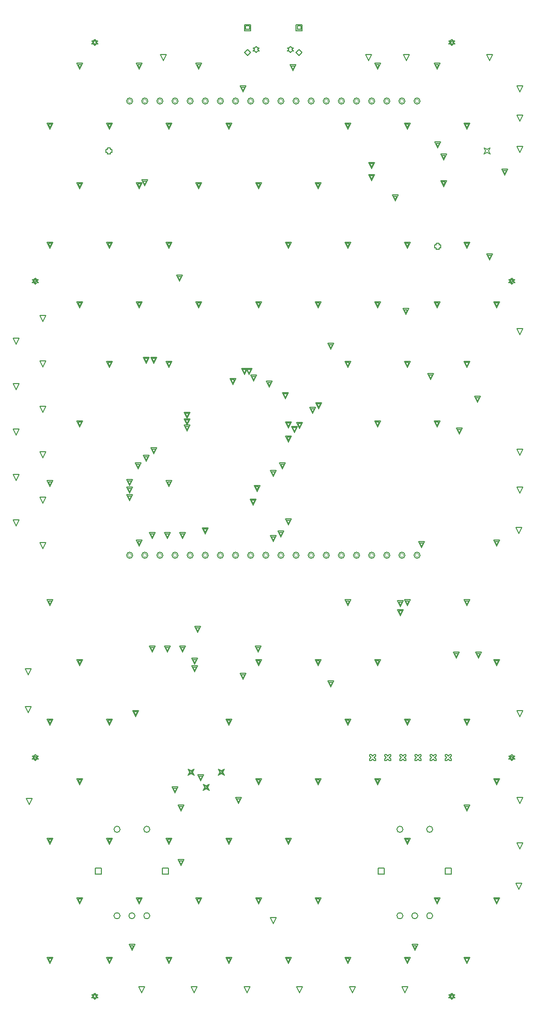
<source format=gbr>
%TF.GenerationSoftware,Altium Limited,Altium Designer,23.6.0 (18)*%
G04 Layer_Color=2752767*
%FSLAX43Y43*%
%MOMM*%
%TF.SameCoordinates,407812E0-2FFD-4E57-8D94-CFCBE61D5419*%
%TF.FilePolarity,Positive*%
%TF.FileFunction,Drawing*%
%TF.Part,Single*%
G01*
G75*
%TA.AperFunction,NonConductor*%
%ADD65C,0.127*%
%ADD94C,0.169*%
%ADD95C,0.102*%
D65*
X88900Y88392D02*
X88392Y89408D01*
X89408D01*
X88900Y88392D01*
X19623Y145547D02*
Y145293D01*
X20131D01*
Y145547D01*
X20385D01*
Y146055D01*
X20131D01*
Y146309D01*
X19623D01*
Y146055D01*
X19369D01*
Y145547D01*
X19623D01*
X74868Y129545D02*
Y129291D01*
X75376D01*
Y129545D01*
X75630D01*
Y130053D01*
X75376D01*
Y130307D01*
X74868D01*
Y130053D01*
X74614D01*
Y129545D01*
X74868D01*
X82844Y145293D02*
X83098Y145801D01*
X82844Y146309D01*
X83352Y146055D01*
X83860Y146309D01*
X83606Y145801D01*
X83860Y145293D01*
X83352Y145547D01*
X82844Y145293D01*
X76342Y43492D02*
X76596D01*
X76850Y43746D01*
X77104Y43492D01*
X77358D01*
Y43746D01*
X77104Y44000D01*
X77358Y44254D01*
Y44508D01*
X77104D01*
X76850Y44254D01*
X76596Y44508D01*
X76342D01*
Y44254D01*
X76596Y44000D01*
X76342Y43746D01*
Y43492D01*
X73802D02*
X74056D01*
X74310Y43746D01*
X74564Y43492D01*
X74818D01*
Y43746D01*
X74564Y44000D01*
X74818Y44254D01*
Y44508D01*
X74564D01*
X74310Y44254D01*
X74056Y44508D01*
X73802D01*
Y44254D01*
X74056Y44000D01*
X73802Y43746D01*
Y43492D01*
X68722D02*
X68976D01*
X69230Y43746D01*
X69484Y43492D01*
X69738D01*
Y43746D01*
X69484Y44000D01*
X69738Y44254D01*
Y44508D01*
X69484D01*
X69230Y44254D01*
X68976Y44508D01*
X68722D01*
Y44254D01*
X68976Y44000D01*
X68722Y43746D01*
Y43492D01*
X63642D02*
X63896D01*
X64150Y43746D01*
X64404Y43492D01*
X64658D01*
Y43746D01*
X64404Y44000D01*
X64658Y44254D01*
Y44508D01*
X64404D01*
X64150Y44254D01*
X63896Y44508D01*
X63642D01*
Y44254D01*
X63896Y44000D01*
X63642Y43746D01*
Y43492D01*
X66182D02*
X66436D01*
X66690Y43746D01*
X66944Y43492D01*
X67198D01*
Y43746D01*
X66944Y44000D01*
X67198Y44254D01*
Y44508D01*
X66944D01*
X66690Y44254D01*
X66436Y44508D01*
X66182D01*
Y44254D01*
X66436Y44000D01*
X66182Y43746D01*
Y43492D01*
X71262D02*
X71516D01*
X71770Y43746D01*
X72024Y43492D01*
X72278D01*
Y43746D01*
X72024Y44000D01*
X72278Y44254D01*
Y44508D01*
X72024D01*
X71770Y44254D01*
X71516Y44508D01*
X71262D01*
Y44254D01*
X71516Y44000D01*
X71262Y43746D01*
Y43492D01*
X29000Y160992D02*
X28492Y162008D01*
X29508D01*
X29000Y160992D01*
X88710Y81597D02*
X88202Y82613D01*
X89218D01*
X88710Y81597D01*
X6540Y36132D02*
X6032Y37148D01*
X7048D01*
X6540Y36132D01*
X47500Y16192D02*
X46992Y17208D01*
X48008D01*
X47500Y16192D01*
X88710Y21907D02*
X88202Y22923D01*
X89218D01*
X88710Y21907D01*
X8763Y79121D02*
X8255Y80137D01*
X9271D01*
X8763Y79121D01*
X4318Y82931D02*
X3810Y83947D01*
X4826D01*
X4318Y82931D01*
X8763Y86741D02*
X8255Y87757D01*
X9271D01*
X8763Y86741D01*
X4318Y90551D02*
X3810Y91567D01*
X4826D01*
X4318Y90551D01*
X8763Y94361D02*
X8255Y95377D01*
X9271D01*
X8763Y94361D01*
X4318Y98171D02*
X3810Y99187D01*
X4826D01*
X4318Y98171D01*
X8763Y101981D02*
X8255Y102997D01*
X9271D01*
X8763Y101981D01*
X4318Y105791D02*
X3810Y106807D01*
X4826D01*
X4318Y105791D01*
X8763Y109601D02*
X8255Y110617D01*
X9271D01*
X8763Y109601D01*
X4318Y113411D02*
X3810Y114427D01*
X4826D01*
X4318Y113411D01*
X8763Y117221D02*
X8255Y118237D01*
X9271D01*
X8763Y117221D01*
X65142Y24492D02*
Y25508D01*
X66158D01*
Y24492D01*
X65142D01*
X76342D02*
Y25508D01*
X77358D01*
Y24492D01*
X76342D01*
X17642D02*
Y25508D01*
X18658D01*
Y24492D01*
X17642D01*
X28842D02*
Y25508D01*
X29858D01*
Y24492D01*
X28842D01*
X43080Y4597D02*
X42572Y5613D01*
X43588D01*
X43080Y4597D01*
X69600Y4572D02*
X69092Y5588D01*
X70108D01*
X69600Y4572D01*
X60760Y4597D02*
X60252Y5613D01*
X61268D01*
X60760Y4597D01*
X51920D02*
X51412Y5613D01*
X52428D01*
X51920Y4597D01*
X34240D02*
X33732Y5613D01*
X34748D01*
X34240Y4597D01*
X25400D02*
X24892Y5613D01*
X25908D01*
X25400Y4597D01*
X88900Y28702D02*
X88392Y29718D01*
X89408D01*
X88900Y28702D01*
Y36322D02*
X88392Y37338D01*
X89408D01*
X88900Y36322D01*
Y50927D02*
X88392Y51943D01*
X89408D01*
X88900Y50927D01*
X38227Y41087D02*
X38481Y41595D01*
X38227Y42103D01*
X38735Y41849D01*
X39243Y42103D01*
X38989Y41595D01*
X39243Y41087D01*
X38735Y41341D01*
X38227Y41087D01*
X38430Y41290D02*
X38583Y41595D01*
X38430Y41900D01*
X38735Y41747D01*
X39040Y41900D01*
X38887Y41595D01*
X39040Y41290D01*
X38735Y41443D01*
X38430Y41290D01*
X35687Y38547D02*
X35941Y39055D01*
X35687Y39563D01*
X36195Y39309D01*
X36703Y39563D01*
X36449Y39055D01*
X36703Y38547D01*
X36195Y38801D01*
X35687Y38547D01*
X35890Y38750D02*
X36043Y39055D01*
X35890Y39360D01*
X36195Y39207D01*
X36500Y39360D01*
X36347Y39055D01*
X36500Y38750D01*
X36195Y38903D01*
X35890Y38750D01*
X33147Y41087D02*
X33401Y41595D01*
X33147Y42103D01*
X33655Y41849D01*
X34163Y42103D01*
X33909Y41595D01*
X34163Y41087D01*
X33655Y41341D01*
X33147Y41087D01*
X33350Y41290D02*
X33503Y41595D01*
X33350Y41900D01*
X33655Y41747D01*
X33960Y41900D01*
X33807Y41595D01*
X33960Y41290D01*
X33655Y41443D01*
X33350Y41290D01*
X6350Y51562D02*
X5842Y52578D01*
X6858D01*
X6350Y51562D01*
Y57912D02*
X5842Y58928D01*
X6858D01*
X6350Y57912D01*
X51312Y165992D02*
Y167008D01*
X52328D01*
Y165992D01*
X51312D01*
X51515Y166195D02*
Y166805D01*
X52125D01*
Y166195D01*
X51515D01*
X42672Y165992D02*
Y167008D01*
X43688D01*
Y165992D01*
X42672D01*
X42875Y166195D02*
Y166805D01*
X43485D01*
Y166195D01*
X42875D01*
X51312Y162320D02*
X51820Y162828D01*
X52328Y162320D01*
X51820Y161812D01*
X51312Y162320D01*
X42672D02*
X43180Y162828D01*
X43688Y162320D01*
X43180Y161812D01*
X42672Y162320D01*
X44610Y162312D02*
X44864Y162566D01*
X45118D01*
X44864Y162820D01*
X45118Y163074D01*
X44864D01*
X44610Y163328D01*
X44356Y163074D01*
X44102D01*
X44356Y162820D01*
X44102Y162566D01*
X44356D01*
X44610Y162312D01*
X50390D02*
X50644Y162566D01*
X50898D01*
X50644Y162820D01*
X50898Y163074D01*
X50644D01*
X50390Y163328D01*
X50136Y163074D01*
X49882D01*
X50136Y162820D01*
X49882Y162566D01*
X50136D01*
X50390Y162312D01*
X63500Y160992D02*
X62992Y162008D01*
X64008D01*
X63500Y160992D01*
X88900Y145542D02*
X88392Y146558D01*
X89408D01*
X88900Y145542D01*
Y150767D02*
X88392Y151783D01*
X89408D01*
X88900Y150767D01*
Y155702D02*
X88392Y156718D01*
X89408D01*
X88900Y155702D01*
Y115024D02*
X88392Y116040D01*
X89408D01*
X88900Y115024D01*
Y94742D02*
X88392Y95758D01*
X89408D01*
X88900Y94742D01*
X83820Y160992D02*
X83312Y162008D01*
X84328D01*
X83820Y160992D01*
X69850D02*
X69342Y162008D01*
X70358D01*
X69850Y160992D01*
X87500Y43492D02*
X87754Y43746D01*
X88008D01*
X87754Y44000D01*
X88008Y44254D01*
X87754D01*
X87500Y44508D01*
X87246Y44254D01*
X86992D01*
X87246Y44000D01*
X86992Y43746D01*
X87246D01*
X87500Y43492D01*
Y43695D02*
X87652Y43848D01*
X87805D01*
X87652Y44000D01*
X87805Y44152D01*
X87652D01*
X87500Y44305D01*
X87348Y44152D01*
X87195D01*
X87348Y44000D01*
X87195Y43848D01*
X87348D01*
X87500Y43695D01*
Y123492D02*
X87754Y123746D01*
X88008D01*
X87754Y124000D01*
X88008Y124254D01*
X87754D01*
X87500Y124508D01*
X87246Y124254D01*
X86992D01*
X87246Y124000D01*
X86992Y123746D01*
X87246D01*
X87500Y123492D01*
Y123695D02*
X87652Y123848D01*
X87805D01*
X87652Y124000D01*
X87805Y124152D01*
X87652D01*
X87500Y124305D01*
X87348Y124152D01*
X87195D01*
X87348Y124000D01*
X87195Y123848D01*
X87348D01*
X87500Y123695D01*
X7500Y123492D02*
X7754Y123746D01*
X8008D01*
X7754Y124000D01*
X8008Y124254D01*
X7754D01*
X7500Y124508D01*
X7246Y124254D01*
X6992D01*
X7246Y124000D01*
X6992Y123746D01*
X7246D01*
X7500Y123492D01*
Y123695D02*
X7652Y123848D01*
X7805D01*
X7652Y124000D01*
X7805Y124152D01*
X7652D01*
X7500Y124305D01*
X7348Y124152D01*
X7195D01*
X7348Y124000D01*
X7195Y123848D01*
X7348D01*
X7500Y123695D01*
Y43492D02*
X7754Y43746D01*
X8008D01*
X7754Y44000D01*
X8008Y44254D01*
X7754D01*
X7500Y44508D01*
X7246Y44254D01*
X6992D01*
X7246Y44000D01*
X6992Y43746D01*
X7246D01*
X7500Y43492D01*
Y43695D02*
X7652Y43848D01*
X7805D01*
X7652Y44000D01*
X7805Y44152D01*
X7652D01*
X7500Y44305D01*
X7348Y44152D01*
X7195D01*
X7348Y44000D01*
X7195Y43848D01*
X7348D01*
X7500Y43695D01*
X77500Y163492D02*
X77754Y163746D01*
X78008D01*
X77754Y164000D01*
X78008Y164254D01*
X77754D01*
X77500Y164508D01*
X77246Y164254D01*
X76992D01*
X77246Y164000D01*
X76992Y163746D01*
X77246D01*
X77500Y163492D01*
Y163695D02*
X77652Y163848D01*
X77805D01*
X77652Y164000D01*
X77805Y164152D01*
X77652D01*
X77500Y164305D01*
X77348Y164152D01*
X77195D01*
X77348Y164000D01*
X77195Y163848D01*
X77348D01*
X77500Y163695D01*
X17500Y3492D02*
X17754Y3746D01*
X18008D01*
X17754Y4000D01*
X18008Y4254D01*
X17754D01*
X17500Y4508D01*
X17246Y4254D01*
X16992D01*
X17246Y4000D01*
X16992Y3746D01*
X17246D01*
X17500Y3492D01*
Y3695D02*
X17652Y3848D01*
X17805D01*
X17652Y4000D01*
X17805Y4152D01*
X17652D01*
X17500Y4305D01*
X17348Y4152D01*
X17195D01*
X17348Y4000D01*
X17195Y3848D01*
X17348D01*
X17500Y3695D01*
X77500Y3492D02*
X77754Y3746D01*
X78008D01*
X77754Y4000D01*
X78008Y4254D01*
X77754D01*
X77500Y4508D01*
X77246Y4254D01*
X76992D01*
X77246Y4000D01*
X76992Y3746D01*
X77246D01*
X77500Y3492D01*
Y3695D02*
X77652Y3848D01*
X77805D01*
X77652Y4000D01*
X77805Y4152D01*
X77652D01*
X77500Y4305D01*
X77348Y4152D01*
X77195D01*
X77348Y4000D01*
X77195Y3848D01*
X77348D01*
X77500Y3695D01*
X17500Y163492D02*
X17754Y163746D01*
X18008D01*
X17754Y164000D01*
X18008Y164254D01*
X17754D01*
X17500Y164508D01*
X17246Y164254D01*
X16992D01*
X17246Y164000D01*
X16992Y163746D01*
X17246D01*
X17500Y163492D01*
Y163695D02*
X17652Y163848D01*
X17805D01*
X17652Y164000D01*
X17805Y164152D01*
X17652D01*
X17500Y164305D01*
X17348Y164152D01*
X17195D01*
X17348Y164000D01*
X17195Y163848D01*
X17348D01*
X17500Y163695D01*
X80000Y149492D02*
X79492Y150508D01*
X80508D01*
X80000Y149492D01*
Y149695D02*
X79695Y150305D01*
X80305D01*
X80000Y149695D01*
Y129492D02*
X79492Y130508D01*
X80508D01*
X80000Y129492D01*
Y129695D02*
X79695Y130305D01*
X80305D01*
X80000Y129695D01*
X85000Y119492D02*
X84492Y120508D01*
X85508D01*
X85000Y119492D01*
Y119695D02*
X84695Y120305D01*
X85305D01*
X85000Y119695D01*
X80000Y109492D02*
X79492Y110508D01*
X80508D01*
X80000Y109492D01*
Y109695D02*
X79695Y110305D01*
X80305D01*
X80000Y109695D01*
X85000Y79492D02*
X84492Y80508D01*
X85508D01*
X85000Y79492D01*
Y79695D02*
X84695Y80305D01*
X85305D01*
X85000Y79695D01*
X80000Y69492D02*
X79492Y70508D01*
X80508D01*
X80000Y69492D01*
Y69695D02*
X79695Y70305D01*
X80305D01*
X80000Y69695D01*
X85000Y59492D02*
X84492Y60508D01*
X85508D01*
X85000Y59492D01*
Y59695D02*
X84695Y60305D01*
X85305D01*
X85000Y59695D01*
X80000Y49492D02*
X79492Y50508D01*
X80508D01*
X80000Y49492D01*
Y49695D02*
X79695Y50305D01*
X80305D01*
X80000Y49695D01*
X85000Y39492D02*
X84492Y40508D01*
X85508D01*
X85000Y39492D01*
Y39695D02*
X84695Y40305D01*
X85305D01*
X85000Y39695D01*
Y19492D02*
X84492Y20508D01*
X85508D01*
X85000Y19492D01*
Y19695D02*
X84695Y20305D01*
X85305D01*
X85000Y19695D01*
X80000Y9492D02*
X79492Y10508D01*
X80508D01*
X80000Y9492D01*
Y9695D02*
X79695Y10305D01*
X80305D01*
X80000Y9695D01*
X75000Y159492D02*
X74492Y160508D01*
X75508D01*
X75000Y159492D01*
Y159695D02*
X74695Y160305D01*
X75305D01*
X75000Y159695D01*
X70000Y149492D02*
X69492Y150508D01*
X70508D01*
X70000Y149492D01*
Y149695D02*
X69695Y150305D01*
X70305D01*
X70000Y149695D01*
Y129492D02*
X69492Y130508D01*
X70508D01*
X70000Y129492D01*
Y129695D02*
X69695Y130305D01*
X70305D01*
X70000Y129695D01*
X75000Y119492D02*
X74492Y120508D01*
X75508D01*
X75000Y119492D01*
Y119695D02*
X74695Y120305D01*
X75305D01*
X75000Y119695D01*
X70000Y109492D02*
X69492Y110508D01*
X70508D01*
X70000Y109492D01*
Y109695D02*
X69695Y110305D01*
X70305D01*
X70000Y109695D01*
X75000Y99492D02*
X74492Y100508D01*
X75508D01*
X75000Y99492D01*
Y99695D02*
X74695Y100305D01*
X75305D01*
X75000Y99695D01*
X70000Y69492D02*
X69492Y70508D01*
X70508D01*
X70000Y69492D01*
Y69695D02*
X69695Y70305D01*
X70305D01*
X70000Y69695D01*
Y49492D02*
X69492Y50508D01*
X70508D01*
X70000Y49492D01*
Y49695D02*
X69695Y50305D01*
X70305D01*
X70000Y49695D01*
Y29492D02*
X69492Y30508D01*
X70508D01*
X70000Y29492D01*
Y29695D02*
X69695Y30305D01*
X70305D01*
X70000Y29695D01*
X75000Y19492D02*
X74492Y20508D01*
X75508D01*
X75000Y19492D01*
Y19695D02*
X74695Y20305D01*
X75305D01*
X75000Y19695D01*
X70000Y9492D02*
X69492Y10508D01*
X70508D01*
X70000Y9492D01*
Y9695D02*
X69695Y10305D01*
X70305D01*
X70000Y9695D01*
X65000Y159492D02*
X64492Y160508D01*
X65508D01*
X65000Y159492D01*
Y159695D02*
X64695Y160305D01*
X65305D01*
X65000Y159695D01*
X60000Y149492D02*
X59492Y150508D01*
X60508D01*
X60000Y149492D01*
Y149695D02*
X59695Y150305D01*
X60305D01*
X60000Y149695D01*
Y129492D02*
X59492Y130508D01*
X60508D01*
X60000Y129492D01*
Y129695D02*
X59695Y130305D01*
X60305D01*
X60000Y129695D01*
X65000Y119492D02*
X64492Y120508D01*
X65508D01*
X65000Y119492D01*
Y119695D02*
X64695Y120305D01*
X65305D01*
X65000Y119695D01*
X60000Y109492D02*
X59492Y110508D01*
X60508D01*
X60000Y109492D01*
Y109695D02*
X59695Y110305D01*
X60305D01*
X60000Y109695D01*
X65000Y99492D02*
X64492Y100508D01*
X65508D01*
X65000Y99492D01*
Y99695D02*
X64695Y100305D01*
X65305D01*
X65000Y99695D01*
X60000Y69492D02*
X59492Y70508D01*
X60508D01*
X60000Y69492D01*
Y69695D02*
X59695Y70305D01*
X60305D01*
X60000Y69695D01*
X65000Y59492D02*
X64492Y60508D01*
X65508D01*
X65000Y59492D01*
Y59695D02*
X64695Y60305D01*
X65305D01*
X65000Y59695D01*
X60000Y49492D02*
X59492Y50508D01*
X60508D01*
X60000Y49492D01*
Y49695D02*
X59695Y50305D01*
X60305D01*
X60000Y49695D01*
X65000Y39492D02*
X64492Y40508D01*
X65508D01*
X65000Y39492D01*
Y39695D02*
X64695Y40305D01*
X65305D01*
X65000Y39695D01*
X60000Y9492D02*
X59492Y10508D01*
X60508D01*
X60000Y9492D01*
Y9695D02*
X59695Y10305D01*
X60305D01*
X60000Y9695D01*
X55000Y139492D02*
X54492Y140508D01*
X55508D01*
X55000Y139492D01*
Y139695D02*
X54695Y140305D01*
X55305D01*
X55000Y139695D01*
X50000Y129492D02*
X49492Y130508D01*
X50508D01*
X50000Y129492D01*
Y129695D02*
X49695Y130305D01*
X50305D01*
X50000Y129695D01*
X55000Y119492D02*
X54492Y120508D01*
X55508D01*
X55000Y119492D01*
Y119695D02*
X54695Y120305D01*
X55305D01*
X55000Y119695D01*
Y59492D02*
X54492Y60508D01*
X55508D01*
X55000Y59492D01*
Y59695D02*
X54695Y60305D01*
X55305D01*
X55000Y59695D01*
Y39492D02*
X54492Y40508D01*
X55508D01*
X55000Y39492D01*
Y39695D02*
X54695Y40305D01*
X55305D01*
X55000Y39695D01*
X50000Y29492D02*
X49492Y30508D01*
X50508D01*
X50000Y29492D01*
Y29695D02*
X49695Y30305D01*
X50305D01*
X50000Y29695D01*
X55000Y19492D02*
X54492Y20508D01*
X55508D01*
X55000Y19492D01*
Y19695D02*
X54695Y20305D01*
X55305D01*
X55000Y19695D01*
X50000Y9492D02*
X49492Y10508D01*
X50508D01*
X50000Y9492D01*
Y9695D02*
X49695Y10305D01*
X50305D01*
X50000Y9695D01*
X40000Y149492D02*
X39492Y150508D01*
X40508D01*
X40000Y149492D01*
Y149695D02*
X39695Y150305D01*
X40305D01*
X40000Y149695D01*
X45000Y139492D02*
X44492Y140508D01*
X45508D01*
X45000Y139492D01*
Y139695D02*
X44695Y140305D01*
X45305D01*
X45000Y139695D01*
Y119492D02*
X44492Y120508D01*
X45508D01*
X45000Y119492D01*
Y119695D02*
X44695Y120305D01*
X45305D01*
X45000Y119695D01*
Y59492D02*
X44492Y60508D01*
X45508D01*
X45000Y59492D01*
Y59695D02*
X44695Y60305D01*
X45305D01*
X45000Y59695D01*
X40000Y49492D02*
X39492Y50508D01*
X40508D01*
X40000Y49492D01*
Y49695D02*
X39695Y50305D01*
X40305D01*
X40000Y49695D01*
X45000Y39492D02*
X44492Y40508D01*
X45508D01*
X45000Y39492D01*
Y39695D02*
X44695Y40305D01*
X45305D01*
X45000Y39695D01*
X40000Y29492D02*
X39492Y30508D01*
X40508D01*
X40000Y29492D01*
Y29695D02*
X39695Y30305D01*
X40305D01*
X40000Y29695D01*
X45000Y19492D02*
X44492Y20508D01*
X45508D01*
X45000Y19492D01*
Y19695D02*
X44695Y20305D01*
X45305D01*
X45000Y19695D01*
X40000Y9492D02*
X39492Y10508D01*
X40508D01*
X40000Y9492D01*
Y9695D02*
X39695Y10305D01*
X40305D01*
X40000Y9695D01*
X35000Y159492D02*
X34492Y160508D01*
X35508D01*
X35000Y159492D01*
Y159695D02*
X34695Y160305D01*
X35305D01*
X35000Y159695D01*
X30000Y149492D02*
X29492Y150508D01*
X30508D01*
X30000Y149492D01*
Y149695D02*
X29695Y150305D01*
X30305D01*
X30000Y149695D01*
X35000Y139492D02*
X34492Y140508D01*
X35508D01*
X35000Y139492D01*
Y139695D02*
X34695Y140305D01*
X35305D01*
X35000Y139695D01*
X30000Y129492D02*
X29492Y130508D01*
X30508D01*
X30000Y129492D01*
Y129695D02*
X29695Y130305D01*
X30305D01*
X30000Y129695D01*
X35000Y119492D02*
X34492Y120508D01*
X35508D01*
X35000Y119492D01*
Y119695D02*
X34695Y120305D01*
X35305D01*
X35000Y119695D01*
X30000Y109492D02*
X29492Y110508D01*
X30508D01*
X30000Y109492D01*
Y109695D02*
X29695Y110305D01*
X30305D01*
X30000Y109695D01*
Y89492D02*
X29492Y90508D01*
X30508D01*
X30000Y89492D01*
Y89695D02*
X29695Y90305D01*
X30305D01*
X30000Y89695D01*
Y29492D02*
X29492Y30508D01*
X30508D01*
X30000Y29492D01*
Y29695D02*
X29695Y30305D01*
X30305D01*
X30000Y29695D01*
X35000Y19492D02*
X34492Y20508D01*
X35508D01*
X35000Y19492D01*
Y19695D02*
X34695Y20305D01*
X35305D01*
X35000Y19695D01*
X30000Y9492D02*
X29492Y10508D01*
X30508D01*
X30000Y9492D01*
Y9695D02*
X29695Y10305D01*
X30305D01*
X30000Y9695D01*
X25000Y159492D02*
X24492Y160508D01*
X25508D01*
X25000Y159492D01*
Y159695D02*
X24695Y160305D01*
X25305D01*
X25000Y159695D01*
X20000Y149492D02*
X19492Y150508D01*
X20508D01*
X20000Y149492D01*
Y149695D02*
X19695Y150305D01*
X20305D01*
X20000Y149695D01*
X25000Y139492D02*
X24492Y140508D01*
X25508D01*
X25000Y139492D01*
Y139695D02*
X24695Y140305D01*
X25305D01*
X25000Y139695D01*
X20000Y129492D02*
X19492Y130508D01*
X20508D01*
X20000Y129492D01*
Y129695D02*
X19695Y130305D01*
X20305D01*
X20000Y129695D01*
X25000Y119492D02*
X24492Y120508D01*
X25508D01*
X25000Y119492D01*
Y119695D02*
X24695Y120305D01*
X25305D01*
X25000Y119695D01*
X20000Y109492D02*
X19492Y110508D01*
X20508D01*
X20000Y109492D01*
Y109695D02*
X19695Y110305D01*
X20305D01*
X20000Y109695D01*
X25000Y79492D02*
X24492Y80508D01*
X25508D01*
X25000Y79492D01*
Y79695D02*
X24695Y80305D01*
X25305D01*
X25000Y79695D01*
X20000Y49492D02*
X19492Y50508D01*
X20508D01*
X20000Y49492D01*
Y49695D02*
X19695Y50305D01*
X20305D01*
X20000Y49695D01*
Y29492D02*
X19492Y30508D01*
X20508D01*
X20000Y29492D01*
Y29695D02*
X19695Y30305D01*
X20305D01*
X20000Y29695D01*
X25000Y19492D02*
X24492Y20508D01*
X25508D01*
X25000Y19492D01*
Y19695D02*
X24695Y20305D01*
X25305D01*
X25000Y19695D01*
X20000Y9492D02*
X19492Y10508D01*
X20508D01*
X20000Y9492D01*
Y9695D02*
X19695Y10305D01*
X20305D01*
X20000Y9695D01*
X15000Y159492D02*
X14492Y160508D01*
X15508D01*
X15000Y159492D01*
Y159695D02*
X14695Y160305D01*
X15305D01*
X15000Y159695D01*
X10000Y149492D02*
X9492Y150508D01*
X10508D01*
X10000Y149492D01*
Y149695D02*
X9695Y150305D01*
X10305D01*
X10000Y149695D01*
X15000Y139492D02*
X14492Y140508D01*
X15508D01*
X15000Y139492D01*
Y139695D02*
X14695Y140305D01*
X15305D01*
X15000Y139695D01*
X10000Y129492D02*
X9492Y130508D01*
X10508D01*
X10000Y129492D01*
Y129695D02*
X9695Y130305D01*
X10305D01*
X10000Y129695D01*
X15000Y119492D02*
X14492Y120508D01*
X15508D01*
X15000Y119492D01*
Y119695D02*
X14695Y120305D01*
X15305D01*
X15000Y119695D01*
Y99492D02*
X14492Y100508D01*
X15508D01*
X15000Y99492D01*
Y99695D02*
X14695Y100305D01*
X15305D01*
X15000Y99695D01*
X10000Y89492D02*
X9492Y90508D01*
X10508D01*
X10000Y89492D01*
Y89695D02*
X9695Y90305D01*
X10305D01*
X10000Y89695D01*
Y69492D02*
X9492Y70508D01*
X10508D01*
X10000Y69492D01*
Y69695D02*
X9695Y70305D01*
X10305D01*
X10000Y69695D01*
X15000Y59492D02*
X14492Y60508D01*
X15508D01*
X15000Y59492D01*
Y59695D02*
X14695Y60305D01*
X15305D01*
X15000Y59695D01*
X10000Y49492D02*
X9492Y50508D01*
X10508D01*
X10000Y49492D01*
Y49695D02*
X9695Y50305D01*
X10305D01*
X10000Y49695D01*
X15000Y39492D02*
X14492Y40508D01*
X15508D01*
X15000Y39492D01*
Y39695D02*
X14695Y40305D01*
X15305D01*
X15000Y39695D01*
X10000Y29492D02*
X9492Y30508D01*
X10508D01*
X10000Y29492D01*
Y29695D02*
X9695Y30305D01*
X10305D01*
X10000Y29695D01*
X15000Y19492D02*
X14492Y20508D01*
X15508D01*
X15000Y19492D01*
Y19695D02*
X14695Y20305D01*
X15305D01*
X15000Y19695D01*
X10000Y9492D02*
X9492Y10508D01*
X10508D01*
X10000Y9492D01*
Y9695D02*
X9695Y10305D01*
X10305D01*
X10000Y9695D01*
X42633Y108301D02*
X42125Y109317D01*
X43141D01*
X42633Y108301D01*
Y108504D02*
X42328Y109114D01*
X42938D01*
X42633Y108504D01*
X49530Y104244D02*
X49022Y105260D01*
X50038D01*
X49530Y104244D01*
Y104447D02*
X49225Y105057D01*
X49835D01*
X49530Y104447D01*
X49044Y92456D02*
X48536Y93472D01*
X49552D01*
X49044Y92456D01*
Y92659D02*
X48739Y93269D01*
X49349D01*
X49044Y92659D01*
X50061Y96967D02*
X49553Y97983D01*
X50569D01*
X50061Y96967D01*
Y97170D02*
X49756Y97780D01*
X50366D01*
X50061Y97170D01*
X51054Y98567D02*
X50546Y99583D01*
X51562D01*
X51054Y98567D01*
Y98770D02*
X50749Y99380D01*
X51359D01*
X51054Y98770D01*
X50038Y99367D02*
X49530Y100383D01*
X50546D01*
X50038Y99367D01*
Y99570D02*
X49733Y100180D01*
X50343D01*
X50038Y99570D01*
X54102Y101767D02*
X53594Y102783D01*
X54610D01*
X54102Y101767D01*
Y101970D02*
X53797Y102580D01*
X54407D01*
X54102Y101970D01*
X55118Y102567D02*
X54610Y103583D01*
X55626D01*
X55118Y102567D01*
Y102770D02*
X54813Y103380D01*
X55423D01*
X55118Y102770D01*
X51928Y99244D02*
X51420Y100260D01*
X52436D01*
X51928Y99244D01*
Y99447D02*
X51623Y100057D01*
X52233D01*
X51928Y99447D01*
X33020Y98806D02*
X32512Y99822D01*
X33528D01*
X33020Y98806D01*
Y99009D02*
X32715Y99619D01*
X33325D01*
X33020Y99009D01*
Y99867D02*
X32512Y100883D01*
X33528D01*
X33020Y99867D01*
Y100070D02*
X32715Y100680D01*
X33325D01*
X33020Y100070D01*
Y100967D02*
X32512Y101983D01*
X33528D01*
X33020Y100967D01*
Y101170D02*
X32715Y101780D01*
X33325D01*
X33020Y101170D01*
X44196Y107188D02*
X43688Y108204D01*
X44704D01*
X44196Y107188D01*
Y107391D02*
X43891Y108001D01*
X44501D01*
X44196Y107391D01*
X43434Y108301D02*
X42926Y109317D01*
X43942D01*
X43434Y108301D01*
Y108504D02*
X43129Y109114D01*
X43739D01*
X43434Y108504D01*
X40707Y106605D02*
X40199Y107621D01*
X41215D01*
X40707Y106605D01*
Y106808D02*
X40402Y107418D01*
X41011D01*
X40707Y106808D01*
X81915Y60706D02*
X81407Y61722D01*
X82423D01*
X81915Y60706D01*
Y60909D02*
X81610Y61519D01*
X82220D01*
X81915Y60909D01*
X78232Y60706D02*
X77724Y61722D01*
X78740D01*
X78232Y60706D01*
Y60909D02*
X77927Y61519D01*
X78537D01*
X78232Y60909D01*
X41656Y36322D02*
X41148Y37338D01*
X42164D01*
X41656Y36322D01*
Y36525D02*
X41351Y37135D01*
X41961D01*
X41656Y36525D01*
X50789Y159258D02*
X50281Y160274D01*
X51297D01*
X50789Y159258D01*
Y159461D02*
X50484Y160071D01*
X51094D01*
X50789Y159461D01*
X36068Y81579D02*
X35560Y82595D01*
X36576D01*
X36068Y81579D01*
Y81782D02*
X35763Y82392D01*
X36373D01*
X36068Y81782D01*
X47498Y91186D02*
X46990Y92202D01*
X48006D01*
X47498Y91186D01*
Y91389D02*
X47193Y91999D01*
X47803D01*
X47498Y91389D01*
X31750Y123952D02*
X31242Y124968D01*
X32258D01*
X31750Y123952D01*
Y124155D02*
X31445Y124765D01*
X32055D01*
X31750Y124155D01*
X25908Y139954D02*
X25400Y140970D01*
X26416D01*
X25908Y139954D01*
Y140157D02*
X25603Y140767D01*
X26213D01*
X25908Y140157D01*
X42418Y155702D02*
X41910Y156718D01*
X42926D01*
X42418Y155702D01*
Y155905D02*
X42113Y156515D01*
X42723D01*
X42418Y155905D01*
X26162Y110191D02*
X25654Y111207D01*
X26670D01*
X26162Y110191D01*
Y110394D02*
X25857Y111004D01*
X26467D01*
X26162Y110394D01*
Y93726D02*
X25654Y94742D01*
X26670D01*
X26162Y93726D01*
Y93929D02*
X25857Y94539D01*
X26467D01*
X26162Y93929D01*
X24780Y92456D02*
X24272Y93472D01*
X25288D01*
X24780Y92456D01*
Y92659D02*
X24475Y93269D01*
X25085D01*
X24780Y92659D01*
X42418Y57150D02*
X41910Y58166D01*
X42926D01*
X42418Y57150D01*
Y57353D02*
X42113Y57963D01*
X42723D01*
X42418Y57353D01*
X34290Y58420D02*
X33782Y59436D01*
X34798D01*
X34290Y58420D01*
Y58623D02*
X33985Y59233D01*
X34595D01*
X34290Y58623D01*
Y59690D02*
X33782Y60706D01*
X34798D01*
X34290Y59690D01*
Y59893D02*
X33985Y60503D01*
X34595D01*
X34290Y59893D01*
X34798Y65024D02*
X34290Y66040D01*
X35306D01*
X34798Y65024D01*
Y65227D02*
X34493Y65837D01*
X35103D01*
X34798Y65227D01*
X24384Y50927D02*
X23876Y51943D01*
X24892D01*
X24384Y50927D01*
Y51130D02*
X24079Y51740D01*
X24689D01*
X24384Y51130D01*
X23368Y87122D02*
X22860Y88138D01*
X23876D01*
X23368Y87122D01*
Y87325D02*
X23063Y87935D01*
X23673D01*
X23368Y87325D01*
Y88392D02*
X22860Y89408D01*
X23876D01*
X23368Y88392D01*
Y88595D02*
X23063Y89205D01*
X23673D01*
X23368Y88595D01*
Y89662D02*
X22860Y90678D01*
X23876D01*
X23368Y89662D01*
Y89865D02*
X23063Y90475D01*
X23673D01*
X23368Y89865D01*
X27432Y94996D02*
X26924Y96012D01*
X27940D01*
X27432Y94996D01*
Y95199D02*
X27127Y95809D01*
X27737D01*
X27432Y95199D01*
X48768Y81026D02*
X48260Y82042D01*
X49276D01*
X48768Y81026D01*
Y81229D02*
X48463Y81839D01*
X49073D01*
X48768Y81229D01*
X50038Y83058D02*
X49530Y84074D01*
X50546D01*
X50038Y83058D01*
Y83261D02*
X49733Y83871D01*
X50343D01*
X50038Y83261D01*
X44958Y61722D02*
X44450Y62738D01*
X45466D01*
X44958Y61722D01*
Y61925D02*
X44653Y62535D01*
X45263D01*
X44958Y61925D01*
X57150Y55880D02*
X56642Y56896D01*
X57658D01*
X57150Y55880D01*
Y56083D02*
X56845Y56693D01*
X57455D01*
X57150Y56083D01*
X47498Y80264D02*
X46990Y81280D01*
X48006D01*
X47498Y80264D01*
Y80467D02*
X47193Y81077D01*
X47803D01*
X47498Y80467D01*
X35306Y40132D02*
X34798Y41148D01*
X35814D01*
X35306Y40132D01*
Y40335D02*
X35001Y40945D01*
X35611D01*
X35306Y40335D01*
X32258Y61722D02*
X31750Y62738D01*
X32766D01*
X32258Y61722D01*
Y61925D02*
X31953Y62535D01*
X32563D01*
X32258Y61925D01*
Y80772D02*
X31750Y81788D01*
X32766D01*
X32258Y80772D01*
Y80975D02*
X31953Y81585D01*
X32563D01*
X32258Y80975D01*
X30988Y38100D02*
X30480Y39116D01*
X31496D01*
X30988Y38100D01*
Y38303D02*
X30683Y38913D01*
X31293D01*
X30988Y38303D01*
X29718Y61722D02*
X29210Y62738D01*
X30226D01*
X29718Y61722D01*
Y61925D02*
X29413Y62535D01*
X30023D01*
X29718Y61925D01*
Y80772D02*
X29210Y81788D01*
X30226D01*
X29718Y80772D01*
Y80975D02*
X29413Y81585D01*
X30023D01*
X29718Y80975D01*
X27178Y61722D02*
X26670Y62738D01*
X27686D01*
X27178Y61722D01*
Y61925D02*
X26873Y62535D01*
X27483D01*
X27178Y61925D01*
Y80772D02*
X26670Y81788D01*
X27686D01*
X27178Y80772D01*
Y80975D02*
X26873Y81585D01*
X27483D01*
X27178Y80975D01*
X46842Y106172D02*
X46334Y107188D01*
X47350D01*
X46842Y106172D01*
Y106375D02*
X46537Y106985D01*
X47146D01*
X46842Y106375D01*
X68860Y69342D02*
X68352Y70358D01*
X69368D01*
X68860Y69342D01*
Y69545D02*
X68555Y70155D01*
X69165D01*
X68860Y69545D01*
Y67837D02*
X68352Y68853D01*
X69368D01*
X68860Y67837D01*
Y68040D02*
X68555Y68650D01*
X69165D01*
X68860Y68040D01*
X72390Y79248D02*
X71882Y80264D01*
X72898D01*
X72390Y79248D01*
Y79451D02*
X72085Y80061D01*
X72695D01*
X72390Y79451D01*
X44099Y86412D02*
X43591Y87428D01*
X44607D01*
X44099Y86412D01*
Y86616D02*
X43794Y87225D01*
X44404D01*
X44099Y86616D01*
X44749Y88691D02*
X44241Y89707D01*
X45257D01*
X44749Y88691D01*
Y88894D02*
X44444Y89504D01*
X45054D01*
X44749Y88894D01*
X27432Y110191D02*
X26924Y111207D01*
X27940D01*
X27432Y110191D01*
Y110394D02*
X27127Y111004D01*
X27737D01*
X27432Y110394D01*
X80010Y35052D02*
X79502Y36068D01*
X80518D01*
X80010Y35052D01*
Y35255D02*
X79705Y35865D01*
X80315D01*
X80010Y35255D01*
X71250Y11684D02*
X70742Y12700D01*
X71758D01*
X71250Y11684D01*
Y11887D02*
X70945Y12497D01*
X71555D01*
X71250Y11887D01*
X32004Y25908D02*
X31496Y26924D01*
X32512D01*
X32004Y25908D01*
Y26111D02*
X31699Y26721D01*
X32309D01*
X32004Y26111D01*
X23750Y11684D02*
X23242Y12700D01*
X24258D01*
X23750Y11684D01*
Y11887D02*
X23445Y12497D01*
X24055D01*
X23750Y11887D01*
X32004Y35052D02*
X31496Y36068D01*
X32512D01*
X32004Y35052D01*
Y35255D02*
X31699Y35865D01*
X32309D01*
X32004Y35255D01*
X57150Y112522D02*
X56642Y113538D01*
X57658D01*
X57150Y112522D01*
Y112725D02*
X56845Y113335D01*
X57455D01*
X57150Y112725D01*
X76093Y144272D02*
X75585Y145288D01*
X76601D01*
X76093Y144272D01*
Y144475D02*
X75788Y145085D01*
X76398D01*
X76093Y144475D01*
Y139827D02*
X75585Y140843D01*
X76601D01*
X76093Y139827D01*
Y140030D02*
X75788Y140640D01*
X76398D01*
X76093Y140030D01*
X75122Y146304D02*
X74614Y147320D01*
X75630D01*
X75122Y146304D01*
Y146507D02*
X74818Y147117D01*
X75427D01*
X75122Y146507D01*
X64010Y142877D02*
X63502Y143893D01*
X64518D01*
X64010Y142877D01*
Y143080D02*
X63705Y143690D01*
X64315D01*
X64010Y143080D01*
X67945Y137414D02*
X67437Y138430D01*
X68453D01*
X67945Y137414D01*
Y137617D02*
X67640Y138227D01*
X68250D01*
X67945Y137617D01*
X69723Y118364D02*
X69215Y119380D01*
X70230D01*
X69723Y118364D01*
Y118567D02*
X69418Y119177D01*
X70027D01*
X69723Y118567D01*
X73914Y107442D02*
X73406Y108458D01*
X74422D01*
X73914Y107442D01*
Y107645D02*
X73609Y108255D01*
X74219D01*
X73914Y107645D01*
X78740Y98298D02*
X78232Y99314D01*
X79248D01*
X78740Y98298D01*
Y98501D02*
X78435Y99111D01*
X79045D01*
X78740Y98501D01*
X81788Y103632D02*
X81280Y104648D01*
X82296D01*
X81788Y103632D01*
Y103835D02*
X81483Y104445D01*
X82093D01*
X81788Y103835D01*
X83820Y127508D02*
X83312Y128524D01*
X84328D01*
X83820Y127508D01*
Y127711D02*
X83515Y128321D01*
X84125D01*
X83820Y127711D01*
X86360Y141732D02*
X85852Y142748D01*
X86868D01*
X86360Y141732D01*
Y141935D02*
X86055Y142545D01*
X86665D01*
X86360Y141935D01*
X64010Y140827D02*
X63502Y141843D01*
X64518D01*
X64010Y140827D01*
Y141030D02*
X63705Y141640D01*
X64315D01*
X64010Y141030D01*
D94*
X72136Y154178D02*
G03*
X72136Y154178I-508J0D01*
G01*
X69596D02*
G03*
X69596Y154178I-508J0D01*
G01*
X67056D02*
G03*
X67056Y154178I-508J0D01*
G01*
X59436D02*
G03*
X59436Y154178I-508J0D01*
G01*
X56896D02*
G03*
X56896Y154178I-508J0D01*
G01*
X54356D02*
G03*
X54356Y154178I-508J0D01*
G01*
X49276D02*
G03*
X49276Y154178I-508J0D01*
G01*
X44196D02*
G03*
X44196Y154178I-508J0D01*
G01*
X41656D02*
G03*
X41656Y154178I-508J0D01*
G01*
X36576D02*
G03*
X36576Y154178I-508J0D01*
G01*
X34036D02*
G03*
X34036Y154178I-508J0D01*
G01*
X31496D02*
G03*
X31496Y154178I-508J0D01*
G01*
X26416D02*
G03*
X26416Y154178I-508J0D01*
G01*
X23876D02*
G03*
X23876Y154178I-508J0D01*
G01*
X28956D02*
G03*
X28956Y154178I-508J0D01*
G01*
X39116D02*
G03*
X39116Y154178I-508J0D01*
G01*
X46736D02*
G03*
X46736Y154178I-508J0D01*
G01*
X51816D02*
G03*
X51816Y154178I-508J0D01*
G01*
X61976D02*
G03*
X61976Y154178I-508J0D01*
G01*
X64516D02*
G03*
X64516Y154178I-508J0D01*
G01*
X72136Y77978D02*
G03*
X72136Y77978I-508J0D01*
G01*
X69596D02*
G03*
X69596Y77978I-508J0D01*
G01*
X67056D02*
G03*
X67056Y77978I-508J0D01*
G01*
X59436D02*
G03*
X59436Y77978I-508J0D01*
G01*
X56896D02*
G03*
X56896Y77978I-508J0D01*
G01*
X54356D02*
G03*
X54356Y77978I-508J0D01*
G01*
X49276D02*
G03*
X49276Y77978I-508J0D01*
G01*
X44196D02*
G03*
X44196Y77978I-508J0D01*
G01*
X41656D02*
G03*
X41656Y77978I-508J0D01*
G01*
X36576D02*
G03*
X36576Y77978I-508J0D01*
G01*
X34036D02*
G03*
X34036Y77978I-508J0D01*
G01*
X31496D02*
G03*
X31496Y77978I-508J0D01*
G01*
X26416D02*
G03*
X26416Y77978I-508J0D01*
G01*
X23876D02*
G03*
X23876Y77978I-508J0D01*
G01*
X28956D02*
G03*
X28956Y77978I-508J0D01*
G01*
X39116D02*
G03*
X39116Y77978I-508J0D01*
G01*
X46736D02*
G03*
X46736Y77978I-508J0D01*
G01*
X51816D02*
G03*
X51816Y77978I-508J0D01*
G01*
X61976D02*
G03*
X61976Y77978I-508J0D01*
G01*
X64516D02*
G03*
X64516Y77978I-508J0D01*
G01*
X69258Y32000D02*
G03*
X69258Y32000I-508J0D01*
G01*
X74258D02*
G03*
X74258Y32000I-508J0D01*
G01*
X69258Y17500D02*
G03*
X69258Y17500I-508J0D01*
G01*
X71758D02*
G03*
X71758Y17500I-508J0D01*
G01*
X74258D02*
G03*
X74258Y17500I-508J0D01*
G01*
X21758Y32000D02*
G03*
X21758Y32000I-508J0D01*
G01*
X26758D02*
G03*
X26758Y32000I-508J0D01*
G01*
X21758Y17500D02*
G03*
X21758Y17500I-508J0D01*
G01*
X24258D02*
G03*
X24258Y17500I-508J0D01*
G01*
X26758D02*
G03*
X26758Y17500I-508J0D01*
G01*
D95*
X71933Y154178D02*
G03*
X71933Y154178I-305J0D01*
G01*
X69393D02*
G03*
X69393Y154178I-305J0D01*
G01*
X66853D02*
G03*
X66853Y154178I-305J0D01*
G01*
X59233D02*
G03*
X59233Y154178I-305J0D01*
G01*
X56693D02*
G03*
X56693Y154178I-305J0D01*
G01*
X54153D02*
G03*
X54153Y154178I-305J0D01*
G01*
X49073D02*
G03*
X49073Y154178I-305J0D01*
G01*
X43993D02*
G03*
X43993Y154178I-305J0D01*
G01*
X41453D02*
G03*
X41453Y154178I-305J0D01*
G01*
X36373D02*
G03*
X36373Y154178I-305J0D01*
G01*
X33833D02*
G03*
X33833Y154178I-305J0D01*
G01*
X31293D02*
G03*
X31293Y154178I-305J0D01*
G01*
X26213D02*
G03*
X26213Y154178I-305J0D01*
G01*
X23673D02*
G03*
X23673Y154178I-305J0D01*
G01*
X28753D02*
G03*
X28753Y154178I-305J0D01*
G01*
X38913D02*
G03*
X38913Y154178I-305J0D01*
G01*
X46533D02*
G03*
X46533Y154178I-305J0D01*
G01*
X51613D02*
G03*
X51613Y154178I-305J0D01*
G01*
X61773D02*
G03*
X61773Y154178I-305J0D01*
G01*
X64313D02*
G03*
X64313Y154178I-305J0D01*
G01*
X71933Y77978D02*
G03*
X71933Y77978I-305J0D01*
G01*
X69393D02*
G03*
X69393Y77978I-305J0D01*
G01*
X66853D02*
G03*
X66853Y77978I-305J0D01*
G01*
X59233D02*
G03*
X59233Y77978I-305J0D01*
G01*
X56693D02*
G03*
X56693Y77978I-305J0D01*
G01*
X54153D02*
G03*
X54153Y77978I-305J0D01*
G01*
X49073D02*
G03*
X49073Y77978I-305J0D01*
G01*
X43993D02*
G03*
X43993Y77978I-305J0D01*
G01*
X41453D02*
G03*
X41453Y77978I-305J0D01*
G01*
X36373D02*
G03*
X36373Y77978I-305J0D01*
G01*
X33833D02*
G03*
X33833Y77978I-305J0D01*
G01*
X31293D02*
G03*
X31293Y77978I-305J0D01*
G01*
X26213D02*
G03*
X26213Y77978I-305J0D01*
G01*
X23673D02*
G03*
X23673Y77978I-305J0D01*
G01*
X28753D02*
G03*
X28753Y77978I-305J0D01*
G01*
X38913D02*
G03*
X38913Y77978I-305J0D01*
G01*
X46533D02*
G03*
X46533Y77978I-305J0D01*
G01*
X51613D02*
G03*
X51613Y77978I-305J0D01*
G01*
X61773D02*
G03*
X61773Y77978I-305J0D01*
G01*
X64313D02*
G03*
X64313Y77978I-305J0D01*
G01*
%TF.MD5,3d6b371898ebda76392417b78042f2bd*%
M02*

</source>
